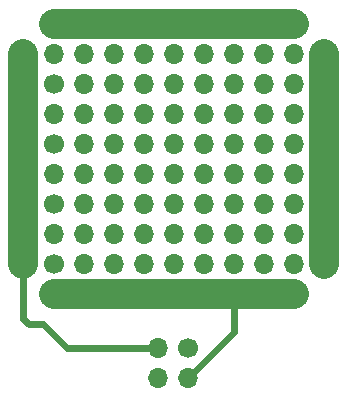
<source format=gtl>
G04 #@! TF.FileFunction,Copper,L1,Top,Signal*
%FSLAX46Y46*%
G04 Gerber Fmt 4.6, Leading zero omitted, Abs format (unit mm)*
G04 Created by KiCad (PCBNEW 4.0.7-e2-6376~61~ubuntu18.04.1) date Wed Jun  6 20:56:43 2018*
%MOMM*%
%LPD*%
G01*
G04 APERTURE LIST*
%ADD10C,0.100000*%
%ADD11C,1.700000*%
%ADD12O,1.700000X1.700000*%
%ADD13R,1.700000X1.700000*%
%ADD14C,0.600000*%
%ADD15C,2.540000*%
G04 APERTURE END LIST*
D10*
D11*
X118364000Y-171200000D03*
D12*
X118364000Y-168660000D03*
X120904000Y-171200000D03*
X120904000Y-168660000D03*
X123444000Y-171200000D03*
X123444000Y-168660000D03*
X125984000Y-171200000D03*
X125984000Y-168660000D03*
X128524000Y-171200000D03*
X128524000Y-168660000D03*
X131064000Y-171200000D03*
X131064000Y-168660000D03*
X133604000Y-171200000D03*
X133604000Y-168660000D03*
X136144000Y-171200000D03*
X136144000Y-168660000D03*
X138684000Y-171200000D03*
X138684000Y-168660000D03*
D11*
X118364000Y-166100000D03*
D12*
X118364000Y-163560000D03*
X120904000Y-166100000D03*
X120904000Y-163560000D03*
X123444000Y-166100000D03*
X123444000Y-163560000D03*
X125984000Y-166100000D03*
X125984000Y-163560000D03*
X128524000Y-166100000D03*
X128524000Y-163560000D03*
X131064000Y-166100000D03*
X131064000Y-163560000D03*
X133604000Y-166100000D03*
X133604000Y-163560000D03*
X136144000Y-166100000D03*
X136144000Y-163560000D03*
X138684000Y-166100000D03*
X138684000Y-163560000D03*
D11*
X118364000Y-161036000D03*
D12*
X118364000Y-158496000D03*
X120904000Y-161036000D03*
X120904000Y-158496000D03*
X123444000Y-161036000D03*
X123444000Y-158496000D03*
X125984000Y-161036000D03*
X125984000Y-158496000D03*
X128524000Y-161036000D03*
X128524000Y-158496000D03*
X131064000Y-161036000D03*
X131064000Y-158496000D03*
X133604000Y-161036000D03*
X133604000Y-158496000D03*
X136144000Y-161036000D03*
X136144000Y-158496000D03*
X138684000Y-161036000D03*
X138684000Y-158496000D03*
D11*
X118364000Y-155956000D03*
D12*
X118364000Y-153416000D03*
X120904000Y-155956000D03*
X120904000Y-153416000D03*
X123444000Y-155956000D03*
X123444000Y-153416000D03*
X125984000Y-155956000D03*
X125984000Y-153416000D03*
X128524000Y-155956000D03*
X128524000Y-153416000D03*
X131064000Y-155956000D03*
X131064000Y-153416000D03*
X133604000Y-155956000D03*
X133604000Y-153416000D03*
X136144000Y-155956000D03*
X136144000Y-153416000D03*
X138684000Y-155956000D03*
X138684000Y-153416000D03*
D11*
X129770000Y-178230000D03*
D12*
X129770000Y-180770000D03*
X127230000Y-178230000D03*
X127230000Y-180770000D03*
D13*
X115798600Y-153416000D03*
X115798600Y-155956000D03*
X115798600Y-158496000D03*
X115798600Y-161036000D03*
X115798600Y-163576000D03*
X115798600Y-166116000D03*
X115798600Y-168656000D03*
X115798600Y-171196000D03*
X141224000Y-153416000D03*
X141224000Y-155956000D03*
X141224000Y-158496000D03*
X141224000Y-161036000D03*
X141224000Y-163576000D03*
X141224000Y-166116000D03*
X141224000Y-168656000D03*
X141224000Y-171196000D03*
X118364000Y-150876000D03*
X120904000Y-150876000D03*
X123444000Y-150876000D03*
X125984000Y-150876000D03*
X128524000Y-150876000D03*
X131064000Y-150876000D03*
X133604000Y-150876000D03*
X136144000Y-150876000D03*
X138684000Y-150876000D03*
X118364000Y-173736000D03*
X120904000Y-173736000D03*
X123444000Y-173736000D03*
X125984000Y-173736000D03*
X128524000Y-173736000D03*
X131064000Y-173736000D03*
X133604000Y-173736000D03*
X136144000Y-173736000D03*
X138684000Y-173736000D03*
D14*
X116250000Y-176250000D02*
X115798600Y-175798600D01*
X115798600Y-175798600D02*
X115798600Y-171196000D01*
X117500000Y-176250000D02*
X116250000Y-176250000D01*
X119480000Y-178230000D02*
X117500000Y-176250000D01*
X127230000Y-178230000D02*
X119480000Y-178230000D01*
D15*
X115798600Y-171196000D02*
X115798600Y-168656000D01*
X115798600Y-166116000D02*
X115798600Y-168656000D01*
X115798600Y-163576000D02*
X115798600Y-166116000D01*
X115798600Y-161036000D02*
X115798600Y-163576000D01*
X115798600Y-158496000D02*
X115798600Y-161036000D01*
X115798600Y-155956000D02*
X115798600Y-158496000D01*
X115798600Y-153416000D02*
X115798600Y-155956000D01*
X115798600Y-171196000D02*
X115798600Y-153416000D01*
X141224000Y-155956000D02*
X141224000Y-153416000D01*
X141224000Y-158496000D02*
X141224000Y-155956000D01*
X141224000Y-161036000D02*
X141224000Y-158496000D01*
X141224000Y-163576000D02*
X141224000Y-161036000D01*
X141224000Y-163576000D02*
X141224000Y-166116000D01*
X141224000Y-168656000D02*
X141224000Y-166116000D01*
X141224000Y-171196000D02*
X141224000Y-168656000D01*
X120904000Y-150876000D02*
X118364000Y-150876000D01*
X123444000Y-150876000D02*
X120904000Y-150876000D01*
X125984000Y-150876000D02*
X123444000Y-150876000D01*
X128524000Y-150876000D02*
X125984000Y-150876000D01*
X131064000Y-150876000D02*
X128524000Y-150876000D01*
X133604000Y-150876000D02*
X131064000Y-150876000D01*
X136144000Y-150876000D02*
X133604000Y-150876000D01*
X138684000Y-150876000D02*
X136144000Y-150876000D01*
D14*
X129770000Y-180770000D02*
X133604000Y-176936000D01*
X133604000Y-176936000D02*
X133604000Y-173736000D01*
D15*
X136144000Y-173736000D02*
X138684000Y-173736000D01*
X133604000Y-173736000D02*
X136144000Y-173736000D01*
X133604000Y-173736000D02*
X131064000Y-173736000D01*
X128524000Y-173736000D02*
X131064000Y-173736000D01*
X125984000Y-173736000D02*
X128524000Y-173736000D01*
X123444000Y-173736000D02*
X125984000Y-173736000D01*
X120904000Y-173736000D02*
X123444000Y-173736000D01*
X118364000Y-173736000D02*
X120904000Y-173736000D01*
X118364000Y-173736000D02*
X138684000Y-173736000D01*
M02*

</source>
